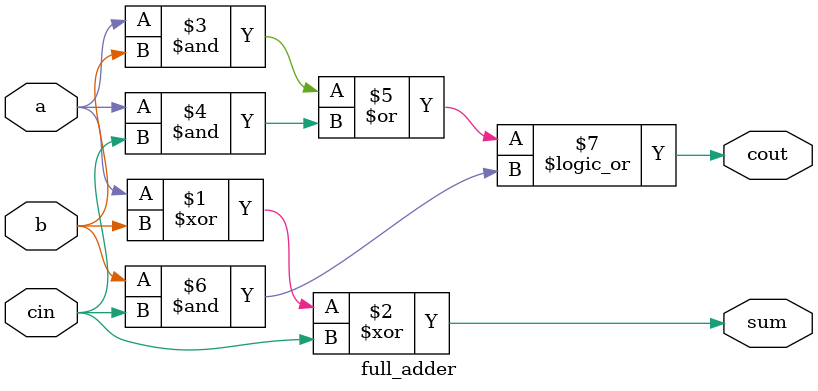
<source format=v>
module full_adder(input a, input b, input cin, output sum, output cout);
    assign sum = a^b^cin;
    assign cout = (a&b)|(a&cin)||(b&cin);
endmodule
</source>
